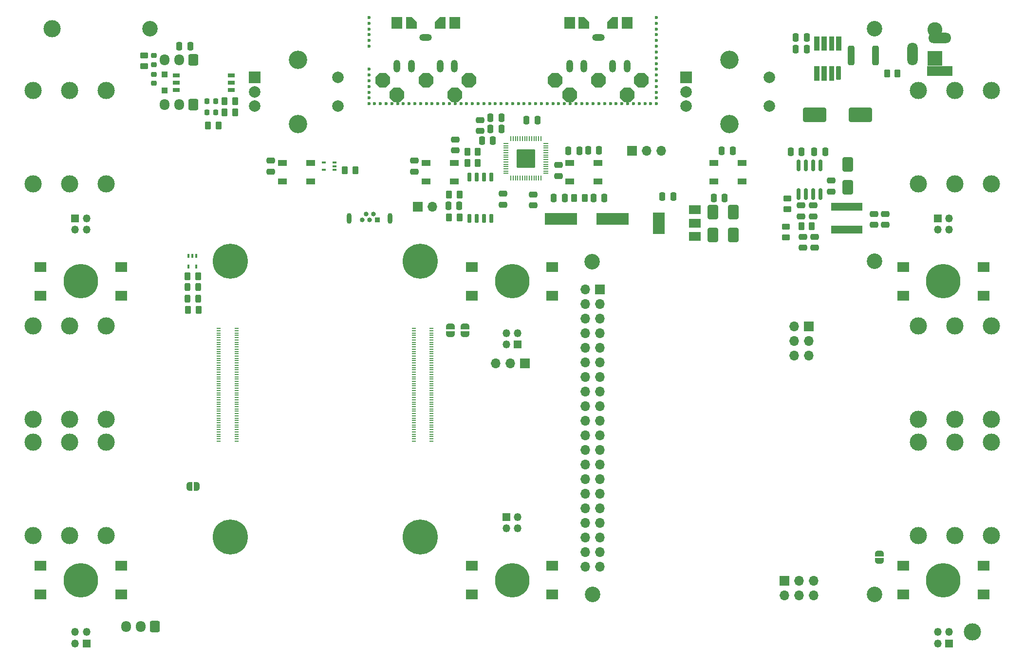
<source format=gbr>
%TF.GenerationSoftware,KiCad,Pcbnew,7.0.8-7.0.8~ubuntu23.04.1*%
%TF.CreationDate,2023-10-20T09:08:36+00:00*%
%TF.ProjectId,pedalboard-hw,70656461-6c62-46f6-9172-642d68772e6b,3.0.1*%
%TF.SameCoordinates,Original*%
%TF.FileFunction,Soldermask,Top*%
%TF.FilePolarity,Negative*%
%FSLAX46Y46*%
G04 Gerber Fmt 4.6, Leading zero omitted, Abs format (unit mm)*
G04 Created by KiCad (PCBNEW 7.0.8-7.0.8~ubuntu23.04.1) date 2023-10-20 09:08:36*
%MOMM*%
%LPD*%
G01*
G04 APERTURE LIST*
G04 Aperture macros list*
%AMRoundRect*
0 Rectangle with rounded corners*
0 $1 Rounding radius*
0 $2 $3 $4 $5 $6 $7 $8 $9 X,Y pos of 4 corners*
0 Add a 4 corners polygon primitive as box body*
4,1,4,$2,$3,$4,$5,$6,$7,$8,$9,$2,$3,0*
0 Add four circle primitives for the rounded corners*
1,1,$1+$1,$2,$3*
1,1,$1+$1,$4,$5*
1,1,$1+$1,$6,$7*
1,1,$1+$1,$8,$9*
0 Add four rect primitives between the rounded corners*
20,1,$1+$1,$2,$3,$4,$5,0*
20,1,$1+$1,$4,$5,$6,$7,0*
20,1,$1+$1,$6,$7,$8,$9,0*
20,1,$1+$1,$8,$9,$2,$3,0*%
%AMFreePoly0*
4,1,19,0.500000,-0.750000,0.000000,-0.750000,0.000000,-0.744911,-0.071157,-0.744911,-0.207708,-0.704816,-0.327430,-0.627875,-0.420627,-0.520320,-0.479746,-0.390866,-0.500000,-0.250000,-0.500000,0.250000,-0.479746,0.390866,-0.420627,0.520320,-0.327430,0.627875,-0.207708,0.704816,-0.071157,0.744911,0.000000,0.744911,0.000000,0.750000,0.500000,0.750000,0.500000,-0.750000,0.500000,-0.750000,
$1*%
%AMFreePoly1*
4,1,19,0.000000,0.744911,0.071157,0.744911,0.207708,0.704816,0.327430,0.627875,0.420627,0.520320,0.479746,0.390866,0.500000,0.250000,0.500000,-0.250000,0.479746,-0.390866,0.420627,-0.520320,0.327430,-0.627875,0.207708,-0.704816,0.071157,-0.744911,0.000000,-0.744911,0.000000,-0.750000,-0.500000,-0.750000,-0.500000,0.750000,0.000000,0.750000,0.000000,0.744911,0.000000,0.744911,
$1*%
%AMFreePoly2*
4,1,17,0.553688,1.285921,1.285921,0.553688,1.300800,0.517767,1.300800,-0.517767,1.285921,-0.553688,0.553688,-1.285921,0.517767,-1.300800,-0.517767,-1.300800,-0.553688,-1.285921,-1.285921,-0.553688,-1.300800,-0.517767,-1.300800,0.517767,-1.285921,0.553688,-0.553688,1.285921,-0.517767,1.300800,0.517767,1.300800,0.553688,1.285921,0.553688,1.285921,$1*%
%AMFreePoly3*
4,1,14,0.935921,1.035921,0.950800,1.000000,0.950800,-0.100000,0.935921,-0.135921,0.035921,-1.035921,0.000000,-1.050800,-0.900000,-1.050800,-0.935921,-1.035921,-0.950800,-1.000000,-0.950800,1.000000,-0.935921,1.035921,-0.900000,1.050800,0.900000,1.050800,0.935921,1.035921,0.935921,1.035921,$1*%
%AMFreePoly4*
4,1,14,0.935921,1.035921,0.950800,1.000000,0.950800,-1.000000,0.935921,-1.035921,0.900000,-1.050800,0.000000,-1.050800,-0.035921,-1.035921,-0.935921,-0.135921,-0.950800,-0.100000,-0.950800,1.000000,-0.935921,1.035921,-0.900000,1.050800,0.900000,1.050800,0.935921,1.035921,0.935921,1.035921,$1*%
G04 Aperture macros list end*
%ADD10C,0.010000*%
%ADD11RoundRect,0.250000X-0.250000X-0.475000X0.250000X-0.475000X0.250000X0.475000X-0.250000X0.475000X0*%
%ADD12C,2.700000*%
%ADD13C,3.000000*%
%ADD14RoundRect,0.250000X-0.262500X-0.450000X0.262500X-0.450000X0.262500X0.450000X-0.262500X0.450000X0*%
%ADD15O,1.200000X2.200000*%
%ADD16O,2.200000X1.200000*%
%ADD17RoundRect,0.250000X0.475000X-0.250000X0.475000X0.250000X-0.475000X0.250000X-0.475000X-0.250000X0*%
%ADD18RoundRect,0.250000X0.262500X0.450000X-0.262500X0.450000X-0.262500X-0.450000X0.262500X-0.450000X0*%
%ADD19RoundRect,0.250000X-0.650000X1.000000X-0.650000X-1.000000X0.650000X-1.000000X0.650000X1.000000X0*%
%ADD20RoundRect,0.150000X-0.150000X0.825000X-0.150000X-0.825000X0.150000X-0.825000X0.150000X0.825000X0*%
%ADD21R,4.400000X1.800000*%
%ADD22O,4.000000X1.800000*%
%ADD23O,1.800000X4.000000*%
%ADD24RoundRect,0.250000X-0.475000X0.250000X-0.475000X-0.250000X0.475000X-0.250000X0.475000X0.250000X0*%
%ADD25R,2.000000X1.500000*%
%ADD26R,2.000000X3.800000*%
%ADD27R,2.600000X2.600000*%
%ADD28C,2.600000*%
%ADD29C,6.000000*%
%ADD30RoundRect,0.250000X0.250000X0.475000X-0.250000X0.475000X-0.250000X-0.475000X0.250000X-0.475000X0*%
%ADD31R,1.350000X1.350000*%
%ADD32O,1.350000X1.350000*%
%ADD33FreePoly0,0.000000*%
%ADD34FreePoly1,0.000000*%
%ADD35R,1.500000X1.000000*%
%ADD36RoundRect,0.250000X0.450000X-0.262500X0.450000X0.262500X-0.450000X0.262500X-0.450000X-0.262500X0*%
%ADD37R,1.700000X1.700000*%
%ADD38O,1.700000X1.700000*%
%ADD39C,0.600000*%
%ADD40R,2.000000X1.800000*%
%ADD41R,0.840000X0.840000*%
%ADD42C,0.840000*%
%ADD43O,0.850000X1.850000*%
%ADD44FreePoly2,180.000000*%
%ADD45FreePoly2,270.000000*%
%ADD46FreePoly3,180.000000*%
%ADD47RoundRect,0.050800X0.900000X1.000000X-0.900000X1.000000X-0.900000X-1.000000X0.900000X-1.000000X0*%
%ADD48FreePoly4,180.000000*%
%ADD49R,2.000000X2.000000*%
%ADD50C,2.000000*%
%ADD51C,3.200000*%
%ADD52R,5.500000X1.430000*%
%ADD53RoundRect,0.250000X-0.450000X0.262500X-0.450000X-0.262500X0.450000X-0.262500X0.450000X0.262500X0*%
%ADD54RoundRect,0.102000X-0.300000X-1.100000X0.300000X-1.100000X0.300000X1.100000X-0.300000X1.100000X0*%
%ADD55FreePoly0,90.000000*%
%ADD56FreePoly1,90.000000*%
%ADD57R,1.300000X0.800000*%
%ADD58RoundRect,0.250000X-1.750000X-1.000000X1.750000X-1.000000X1.750000X1.000000X-1.750000X1.000000X0*%
%ADD59RoundRect,0.050000X0.050000X-0.387500X0.050000X0.387500X-0.050000X0.387500X-0.050000X-0.387500X0*%
%ADD60RoundRect,0.050000X0.387500X-0.050000X0.387500X0.050000X-0.387500X0.050000X-0.387500X-0.050000X0*%
%ADD61RoundRect,0.144000X1.456000X-1.456000X1.456000X1.456000X-1.456000X1.456000X-1.456000X-1.456000X0*%
%ADD62RoundRect,0.243750X0.243750X0.456250X-0.243750X0.456250X-0.243750X-0.456250X0.243750X-0.456250X0*%
%ADD63RoundRect,0.218750X0.256250X-0.218750X0.256250X0.218750X-0.256250X0.218750X-0.256250X-0.218750X0*%
%ADD64RoundRect,0.250000X-0.300000X0.300000X-0.300000X-0.300000X0.300000X-0.300000X0.300000X0.300000X0*%
%ADD65RoundRect,0.250000X0.650000X-1.000000X0.650000X1.000000X-0.650000X1.000000X-0.650000X-1.000000X0*%
%ADD66RoundRect,0.218750X-0.256250X0.218750X-0.256250X-0.218750X0.256250X-0.218750X0.256250X0.218750X0*%
%ADD67RoundRect,0.250000X0.312500X1.450000X-0.312500X1.450000X-0.312500X-1.450000X0.312500X-1.450000X0*%
%ADD68R,5.600000X2.100000*%
%ADD69RoundRect,0.150000X0.150000X-0.650000X0.150000X0.650000X-0.150000X0.650000X-0.150000X-0.650000X0*%
%ADD70C,6.100000*%
%ADD71R,0.700000X0.200000*%
%ADD72RoundRect,0.218750X-0.218750X-0.256250X0.218750X-0.256250X0.218750X0.256250X-0.218750X0.256250X0*%
%ADD73R,0.650000X0.400000*%
%ADD74R,0.400000X0.650000*%
%ADD75RoundRect,0.250000X0.600000X0.725000X-0.600000X0.725000X-0.600000X-0.725000X0.600000X-0.725000X0*%
%ADD76O,1.700000X1.950000*%
G04 APERTURE END LIST*
%TO.C,Q1*%
D10*
X158360000Y-26758370D02*
X157557320Y-26758370D01*
X157557320Y-24360000D01*
X158360000Y-24360000D01*
X158360000Y-26758370D01*
G36*
X158360000Y-26758370D02*
G01*
X157557320Y-26758370D01*
X157557320Y-24360000D01*
X158360000Y-24360000D01*
X158360000Y-26758370D01*
G37*
X158360000Y-31961440D02*
X157559130Y-31961440D01*
X157559130Y-29560000D01*
X158360000Y-29560000D01*
X158360000Y-31961440D01*
G36*
X158360000Y-31961440D02*
G01*
X157559130Y-31961440D01*
X157559130Y-29560000D01*
X158360000Y-29560000D01*
X158360000Y-31961440D01*
G37*
X159610000Y-26757440D02*
X158808080Y-26757440D01*
X158808080Y-24360000D01*
X159610000Y-24360000D01*
X159610000Y-26757440D01*
G36*
X159610000Y-26757440D02*
G01*
X158808080Y-26757440D01*
X158808080Y-24360000D01*
X159610000Y-24360000D01*
X159610000Y-26757440D01*
G37*
X159610000Y-31962790D02*
X158809230Y-31962790D01*
X158809230Y-29560000D01*
X159610000Y-29560000D01*
X159610000Y-31962790D01*
G36*
X159610000Y-31962790D02*
G01*
X158809230Y-31962790D01*
X158809230Y-29560000D01*
X159610000Y-29560000D01*
X159610000Y-31962790D01*
G37*
X160910000Y-26758000D02*
X160110357Y-26758000D01*
X160110357Y-24360000D01*
X160910000Y-24360000D01*
X160910000Y-26758000D01*
G36*
X160910000Y-26758000D02*
G01*
X160110357Y-26758000D01*
X160110357Y-24360000D01*
X160910000Y-24360000D01*
X160910000Y-26758000D01*
G37*
X160910000Y-31967460D02*
X160110490Y-31967460D01*
X160110490Y-29560000D01*
X160910000Y-29560000D01*
X160910000Y-31967460D01*
G36*
X160910000Y-31967460D02*
G01*
X160110490Y-31967460D01*
X160110490Y-29560000D01*
X160910000Y-29560000D01*
X160910000Y-31967460D01*
G37*
X162160000Y-26758280D02*
X161361840Y-26758280D01*
X161361840Y-24360000D01*
X162160000Y-24360000D01*
X162160000Y-26758280D01*
G36*
X162160000Y-26758280D02*
G01*
X161361840Y-26758280D01*
X161361840Y-24360000D01*
X162160000Y-24360000D01*
X162160000Y-26758280D01*
G37*
%TD*%
D11*
%TO.C,C22*%
X141450000Y-44250000D03*
X143350000Y-44250000D03*
%TD*%
%TO.C,C20*%
X114800000Y-44250000D03*
X116700000Y-44250000D03*
%TD*%
D12*
%TO.C,H12*%
X168000000Y-121500000D03*
%TD*%
D13*
%TO.C,FID1*%
X25000000Y-23000000D03*
%TD*%
D14*
%TO.C,R7*%
X97227500Y-44460000D03*
X99052500Y-44460000D03*
%TD*%
D15*
%TO.C,J4*%
X125000000Y-29500000D03*
X122500000Y-29500000D03*
D16*
X120000000Y-24500000D03*
D15*
X115000000Y-29500000D03*
X117500000Y-29500000D03*
%TD*%
D17*
%TO.C,C10*%
X99440000Y-40800000D03*
X99440000Y-38900000D03*
%TD*%
D18*
%TO.C,R12*%
X157112500Y-57400000D03*
X155287500Y-57400000D03*
%TD*%
D19*
%TO.C,D5*%
X139900000Y-54950000D03*
X139900000Y-58950000D03*
%TD*%
D14*
%TO.C,R10*%
X94025000Y-55850000D03*
X95850000Y-55850000D03*
%TD*%
D13*
%TO.C,J9*%
X28050000Y-50000000D03*
X28050000Y-33770000D03*
X21700000Y-50000000D03*
X21700000Y-33770000D03*
X34400000Y-50000000D03*
X34400000Y-33770000D03*
%TD*%
%TO.C,J18*%
X28050000Y-111200000D03*
X28050000Y-94970000D03*
X21700000Y-111200000D03*
X21700000Y-94970000D03*
X34400000Y-111200000D03*
X34400000Y-94970000D03*
%TD*%
D20*
%TO.C,U6*%
X158605000Y-46825000D03*
X157335000Y-46825000D03*
X156065000Y-46825000D03*
X154795000Y-46825000D03*
X154795000Y-51775000D03*
X156065000Y-51775000D03*
X157335000Y-51775000D03*
X158605000Y-51775000D03*
%TD*%
D21*
%TO.C,J6*%
X179400000Y-30400000D03*
D22*
X179400000Y-24600000D03*
D23*
X174600000Y-27400000D03*
%TD*%
D24*
%TO.C,C25*%
X160500000Y-49450000D03*
X160500000Y-51350000D03*
%TD*%
D25*
%TO.C,U5*%
X136800000Y-59150000D03*
X136800000Y-56850000D03*
D26*
X130500000Y-56850000D03*
D25*
X136800000Y-54550000D03*
%TD*%
D27*
%TO.C,J5*%
X178500000Y-28210000D03*
D28*
X178500000Y-23210000D03*
%TD*%
D29*
%TO.C,H9*%
X30000000Y-119000000D03*
%TD*%
D30*
%TO.C,C19*%
X133040000Y-52220000D03*
X131140000Y-52220000D03*
%TD*%
D31*
%TO.C,J8*%
X29000000Y-56000000D03*
D32*
X31000000Y-56000000D03*
X29000000Y-58000000D03*
X31000000Y-58000000D03*
%TD*%
D14*
%TO.C,R9*%
X97227500Y-46360000D03*
X99052500Y-46360000D03*
%TD*%
D30*
%TO.C,C14*%
X95837500Y-53850000D03*
X93937500Y-53850000D03*
%TD*%
D33*
%TO.C,JP3*%
X48900000Y-102650000D03*
D34*
X50200000Y-102650000D03*
%TD*%
D30*
%TO.C,C4*%
X156237500Y-24500000D03*
X154337500Y-24500000D03*
%TD*%
D35*
%TO.C,D4*%
X119950000Y-49600000D03*
X119950000Y-46400000D03*
X115050000Y-46400000D03*
X115050000Y-49600000D03*
%TD*%
D24*
%TO.C,C26*%
X157600000Y-59250000D03*
X157600000Y-61150000D03*
%TD*%
D29*
%TO.C,H6*%
X105000000Y-67000000D03*
%TD*%
D36*
%TO.C,R13*%
X152600000Y-59312500D03*
X152600000Y-57487500D03*
%TD*%
D29*
%TO.C,H5*%
X30000000Y-67000000D03*
%TD*%
D14*
%TO.C,R8*%
X94025000Y-51850000D03*
X95850000Y-51850000D03*
%TD*%
D13*
%TO.C,J17*%
X28050000Y-91000000D03*
X28050000Y-74770000D03*
X21700000Y-91000000D03*
X21700000Y-74770000D03*
X34400000Y-91000000D03*
X34400000Y-74770000D03*
%TD*%
%TO.C,J20*%
X181950000Y-94995000D03*
X181950000Y-111225000D03*
X188300000Y-94995000D03*
X188300000Y-111225000D03*
X175600000Y-94995000D03*
X175600000Y-111225000D03*
%TD*%
D37*
%TO.C,J12*%
X125860000Y-44300000D03*
D38*
X128400000Y-44300000D03*
X130940000Y-44300000D03*
%TD*%
D35*
%TO.C,D7*%
X144950000Y-49600000D03*
X144950000Y-46400000D03*
X140050000Y-46400000D03*
X140050000Y-49600000D03*
%TD*%
D12*
%TO.C,H11*%
X118980000Y-121520000D03*
%TD*%
D11*
%TO.C,C30*%
X153450000Y-44400000D03*
X155350000Y-44400000D03*
%TD*%
D31*
%TO.C,J22*%
X181000000Y-130000000D03*
D32*
X179000000Y-130000000D03*
X181000000Y-128000000D03*
X179000000Y-128000000D03*
%TD*%
D24*
%TO.C,C31*%
X167900000Y-55250000D03*
X167900000Y-57150000D03*
%TD*%
D39*
%TO.C,H2*%
X80100000Y-21075000D03*
X80100000Y-22075000D03*
X80100000Y-23075000D03*
X80100000Y-24075000D03*
X80100000Y-25075000D03*
X80100000Y-26075000D03*
X80100000Y-30075000D03*
X80100000Y-31075000D03*
X80100000Y-32075000D03*
X80100000Y-33075000D03*
X80100000Y-34075000D03*
X80100000Y-35075000D03*
X80100000Y-36075000D03*
X81100000Y-36075000D03*
X82100000Y-36075000D03*
X83100000Y-36075000D03*
X84100000Y-36075000D03*
X85100000Y-36075000D03*
X86100000Y-36075000D03*
X87100000Y-36075000D03*
X88100000Y-36075000D03*
X89100000Y-36075000D03*
X90100000Y-36075000D03*
X91100000Y-36075000D03*
X92100000Y-36075000D03*
X93100000Y-36075000D03*
X94100000Y-36075000D03*
X95100000Y-36075000D03*
X96100000Y-36075000D03*
X97100000Y-36075000D03*
X98100000Y-36075000D03*
X99100000Y-36075000D03*
X100100000Y-36075000D03*
X101100000Y-36075000D03*
X102100000Y-36075000D03*
X103100000Y-36075000D03*
X104100000Y-36075000D03*
X105100000Y-36075000D03*
X106100000Y-36075000D03*
X107100000Y-36075000D03*
X108100000Y-36075000D03*
X109100000Y-36075000D03*
X110100000Y-36075000D03*
X111100000Y-36075000D03*
X112100000Y-36075000D03*
X113100000Y-36075000D03*
X114100000Y-36075000D03*
X115100000Y-36075000D03*
X116100000Y-36075000D03*
X117100000Y-36075000D03*
X118100000Y-36075000D03*
X119100000Y-36075000D03*
X120100000Y-36075000D03*
X121100000Y-36075000D03*
X122100000Y-36075000D03*
X123100000Y-36075000D03*
X124100000Y-36075000D03*
X125100000Y-36075000D03*
X126100000Y-36075000D03*
X127100000Y-36075000D03*
X128100000Y-36075000D03*
X129100000Y-36075000D03*
X130100000Y-21075000D03*
X130100000Y-22075000D03*
X130100000Y-23075000D03*
X130100000Y-24075000D03*
X130100000Y-25075000D03*
X130100000Y-26075000D03*
X130100000Y-27075000D03*
X130100000Y-28075000D03*
X130100000Y-29075000D03*
X130100000Y-30075000D03*
X130100000Y-31075000D03*
X130100000Y-32075000D03*
X130100000Y-33075000D03*
X130100000Y-34075000D03*
X130100000Y-35075000D03*
X130100000Y-36075000D03*
%TD*%
D31*
%TO.C,J21*%
X31000000Y-130000000D03*
D32*
X29000000Y-130000000D03*
X31000000Y-128000000D03*
X29000000Y-128000000D03*
%TD*%
D40*
%TO.C,SW4*%
X98000000Y-64500000D03*
X112000000Y-64500000D03*
X98000000Y-69500000D03*
X112000000Y-69500000D03*
%TD*%
D13*
%TO.C,FID2*%
X185000000Y-128000000D03*
%TD*%
D31*
%TO.C,J14*%
X106000000Y-78000000D03*
D32*
X104000000Y-78000000D03*
X106000000Y-76000000D03*
X104000000Y-76000000D03*
%TD*%
D18*
%TO.C,R6*%
X77737500Y-47650000D03*
X75912500Y-47650000D03*
%TD*%
D41*
%TO.C,J10*%
X81540000Y-56290000D03*
D42*
X80890000Y-55290000D03*
X80240000Y-56290000D03*
X79590000Y-55290000D03*
X78940000Y-56290000D03*
D43*
X83815000Y-56070000D03*
X76665000Y-56070000D03*
%TD*%
D12*
%TO.C,H1*%
X42000000Y-23000000D03*
%TD*%
D13*
%TO.C,J7*%
X181965000Y-33800000D03*
X181965000Y-50030000D03*
X188315000Y-33800000D03*
X188315000Y-50030000D03*
X175615000Y-33800000D03*
X175615000Y-50030000D03*
%TD*%
D30*
%TO.C,C1*%
X49050000Y-26100000D03*
X47150000Y-26100000D03*
%TD*%
D12*
%TO.C,H4*%
X168000000Y-63500000D03*
%TD*%
D44*
%TO.C,J3*%
X112500000Y-32000000D03*
D45*
X120000000Y-32000000D03*
D44*
X127500000Y-32000000D03*
X115000000Y-34500000D03*
X125000000Y-34500000D03*
D46*
X122500000Y-22000000D03*
D47*
X125000000Y-22000000D03*
X115000000Y-22000000D03*
D48*
X117500000Y-22000000D03*
%TD*%
D49*
%TO.C,SW1*%
X60250000Y-31500000D03*
D50*
X60250000Y-36500000D03*
X60250000Y-34000000D03*
D51*
X67750000Y-28400000D03*
X67750000Y-39600000D03*
D50*
X74750000Y-36500000D03*
X74750000Y-31500000D03*
%TD*%
D24*
%TO.C,C5*%
X63050000Y-46000000D03*
X63050000Y-47900000D03*
%TD*%
D30*
%TO.C,C29*%
X159450000Y-44400000D03*
X157550000Y-44400000D03*
%TD*%
D52*
%TO.C,L5*%
X163200000Y-53980000D03*
X163200000Y-58020000D03*
%TD*%
D35*
%TO.C,D3*%
X94950000Y-49600000D03*
X94950000Y-46400000D03*
X90050000Y-46400000D03*
X90050000Y-49600000D03*
%TD*%
D31*
%TO.C,J13*%
X179000000Y-56000000D03*
D32*
X181000000Y-56000000D03*
X179000000Y-58000000D03*
X181000000Y-58000000D03*
%TD*%
D29*
%TO.C,H8*%
X180000000Y-67000000D03*
%TD*%
D17*
%TO.C,C17*%
X95140000Y-44200000D03*
X95140000Y-42300000D03*
%TD*%
D53*
%TO.C,R3*%
X41000000Y-27687500D03*
X41000000Y-29512500D03*
%TD*%
D35*
%TO.C,D2*%
X69950000Y-49600000D03*
X69950000Y-46400000D03*
X65050000Y-46400000D03*
X65050000Y-49600000D03*
%TD*%
D24*
%TO.C,C6*%
X88000000Y-46000000D03*
X88000000Y-47900000D03*
%TD*%
%TO.C,C9*%
X103450000Y-51750000D03*
X103450000Y-53650000D03*
%TD*%
D54*
%TO.C,Q1*%
X161765000Y-30760000D03*
%TD*%
D14*
%TO.C,R11*%
X115787500Y-52500000D03*
X117612500Y-52500000D03*
%TD*%
D37*
%TO.C,J15*%
X107225000Y-81300000D03*
D38*
X104685000Y-81300000D03*
X102145000Y-81300000D03*
%TD*%
D13*
%TO.C,J16*%
X181950000Y-74780000D03*
X181950000Y-91010000D03*
X188300000Y-74780000D03*
X188300000Y-91010000D03*
X175600000Y-74780000D03*
X175600000Y-91010000D03*
%TD*%
D29*
%TO.C,H10*%
X105000000Y-119000000D03*
%TD*%
D55*
%TO.C,JP4*%
X168900000Y-115650000D03*
D56*
X168900000Y-114350000D03*
%TD*%
D40*
%TO.C,SW3*%
X23000000Y-64500000D03*
X37000000Y-64500000D03*
X23000000Y-69500000D03*
X37000000Y-69500000D03*
%TD*%
D30*
%TO.C,C2*%
X156237500Y-26600000D03*
X154337500Y-26600000D03*
%TD*%
D37*
%TO.C,J11*%
X88600000Y-54000000D03*
D38*
X91140000Y-54000000D03*
%TD*%
D57*
%TO.C,U1*%
X46650000Y-31130000D03*
X46650000Y-32400000D03*
X46650000Y-33670000D03*
X56150000Y-33670000D03*
X56150000Y-32400000D03*
X56150000Y-31130000D03*
%TD*%
D18*
%TO.C,R1*%
X56812500Y-35612500D03*
X54987500Y-35612500D03*
%TD*%
D14*
%TO.C,R16*%
X48637500Y-71950000D03*
X50462500Y-71950000D03*
%TD*%
D58*
%TO.C,C3*%
X157567500Y-38000000D03*
X165567500Y-38000000D03*
%TD*%
D55*
%TO.C,JP1*%
X96800000Y-76150000D03*
D56*
X96800000Y-74850000D03*
%TD*%
D55*
%TO.C,JP2*%
X94300000Y-76150000D03*
D56*
X94300000Y-74850000D03*
%TD*%
D59*
%TO.C,U4*%
X104800000Y-49037500D03*
X105200000Y-49037500D03*
X105600000Y-49037500D03*
X106000000Y-49037500D03*
X106400000Y-49037500D03*
X106800000Y-49037500D03*
X107200000Y-49037500D03*
X107600000Y-49037500D03*
X108000000Y-49037500D03*
X108400000Y-49037500D03*
X108800000Y-49037500D03*
X109200000Y-49037500D03*
X109600000Y-49037500D03*
X110000000Y-49037500D03*
D60*
X110837500Y-48200000D03*
X110837500Y-47800000D03*
X110837500Y-47400000D03*
X110837500Y-47000000D03*
X110837500Y-46600000D03*
X110837500Y-46200000D03*
X110837500Y-45800000D03*
X110837500Y-45400000D03*
X110837500Y-45000000D03*
X110837500Y-44600000D03*
X110837500Y-44200000D03*
X110837500Y-43800000D03*
X110837500Y-43400000D03*
X110837500Y-43000000D03*
D59*
X110000000Y-42162500D03*
X109600000Y-42162500D03*
X109200000Y-42162500D03*
X108800000Y-42162500D03*
X108400000Y-42162500D03*
X108000000Y-42162500D03*
X107600000Y-42162500D03*
X107200000Y-42162500D03*
X106800000Y-42162500D03*
X106400000Y-42162500D03*
X106000000Y-42162500D03*
X105600000Y-42162500D03*
X105200000Y-42162500D03*
X104800000Y-42162500D03*
D60*
X103962500Y-43000000D03*
X103962500Y-43400000D03*
X103962500Y-43800000D03*
X103962500Y-44200000D03*
X103962500Y-44600000D03*
X103962500Y-45000000D03*
X103962500Y-45400000D03*
X103962500Y-45800000D03*
X103962500Y-46200000D03*
X103962500Y-46600000D03*
X103962500Y-47000000D03*
X103962500Y-47400000D03*
X103962500Y-47800000D03*
X103962500Y-48200000D03*
D61*
X107400000Y-45600000D03*
%TD*%
D62*
%TO.C,D10*%
X50437500Y-68000000D03*
X48562500Y-68000000D03*
%TD*%
D11*
%TO.C,C28*%
X140050000Y-52450000D03*
X141950000Y-52450000D03*
%TD*%
D31*
%TO.C,J19*%
X104000000Y-108000000D03*
D32*
X106000000Y-108000000D03*
X104000000Y-110000000D03*
X106000000Y-110000000D03*
%TD*%
D19*
%TO.C,D8*%
X143430000Y-54950000D03*
X143430000Y-58950000D03*
%TD*%
D11*
%TO.C,C15*%
X107500000Y-38950000D03*
X109400000Y-38950000D03*
%TD*%
D14*
%TO.C,R2*%
X54987500Y-37550000D03*
X56812500Y-37550000D03*
%TD*%
D63*
%TO.C,L4*%
X42700000Y-29287500D03*
X42700000Y-27712500D03*
%TD*%
D64*
%TO.C,D1*%
X44600000Y-31000000D03*
X44600000Y-33800000D03*
%TD*%
D65*
%TO.C,D6*%
X163400000Y-50600000D03*
X163400000Y-46600000D03*
%TD*%
D11*
%TO.C,C21*%
X118200000Y-44200000D03*
X120100000Y-44200000D03*
%TD*%
D30*
%TO.C,C8*%
X103140000Y-38540000D03*
X101240000Y-38540000D03*
%TD*%
D24*
%TO.C,C27*%
X155600000Y-59250000D03*
X155600000Y-61150000D03*
%TD*%
D14*
%TO.C,R4*%
X170187500Y-30830000D03*
X172012500Y-30830000D03*
%TD*%
D66*
%TO.C,L1*%
X42700000Y-30962500D03*
X42700000Y-32537500D03*
%TD*%
D30*
%TO.C,C7*%
X114150000Y-52500000D03*
X112250000Y-52500000D03*
%TD*%
D67*
%TO.C,F1*%
X168207500Y-27710000D03*
X163932500Y-27710000D03*
%TD*%
D36*
%TO.C,R14*%
X152900000Y-54412500D03*
X152900000Y-52587500D03*
%TD*%
D12*
%TO.C,H7*%
X118900000Y-63565600D03*
%TD*%
D68*
%TO.C,Y1*%
X113500000Y-56100000D03*
X122500000Y-56100000D03*
%TD*%
D40*
%TO.C,SW8*%
X173000000Y-116500000D03*
X187000000Y-116500000D03*
X173000000Y-121500000D03*
X187000000Y-121500000D03*
%TD*%
D69*
%TO.C,U3*%
X97595000Y-56050000D03*
X98865000Y-56050000D03*
X100135000Y-56050000D03*
X101405000Y-56050000D03*
X101405000Y-48850000D03*
X100135000Y-48850000D03*
X98865000Y-48850000D03*
X97595000Y-48850000D03*
%TD*%
D29*
%TO.C,H13*%
X180000000Y-119000000D03*
%TD*%
D70*
%TO.C,CM1*%
X89000000Y-111500000D03*
X89000000Y-63500000D03*
X56000000Y-111500000D03*
X56000000Y-63500000D03*
D71*
X91000000Y-94800000D03*
X87920000Y-94800000D03*
X91000000Y-94400000D03*
X87920000Y-94400000D03*
X91000000Y-94000000D03*
X87920000Y-94000000D03*
X91000000Y-93600000D03*
X87920000Y-93600000D03*
X91000000Y-93200000D03*
X87920000Y-93200000D03*
X91000000Y-92800000D03*
X87920000Y-92800000D03*
X91000000Y-92400000D03*
X87920000Y-92400000D03*
X91000000Y-92000000D03*
X87920000Y-92000000D03*
X91000000Y-91600000D03*
X87920000Y-91600000D03*
X91000000Y-91200000D03*
X87920000Y-91200000D03*
X91000000Y-90800000D03*
X87920000Y-90800000D03*
X91000000Y-90400000D03*
X87920000Y-90400000D03*
X91000000Y-90000000D03*
X87920000Y-90000000D03*
X91000000Y-89600000D03*
X87920000Y-89600000D03*
X91000000Y-89200000D03*
X87920000Y-89200000D03*
X91000000Y-88800000D03*
X87920000Y-88800000D03*
X91000000Y-88400000D03*
X87920000Y-88400000D03*
X91000000Y-88000000D03*
X87920000Y-88000000D03*
X91000000Y-87600000D03*
X87920000Y-87600000D03*
X91000000Y-87200000D03*
X87920000Y-87200000D03*
X91000000Y-86800000D03*
X87920000Y-86800000D03*
X91000000Y-86400000D03*
X87920000Y-86400000D03*
X91000000Y-86000000D03*
X87920000Y-86000000D03*
X91000000Y-85600000D03*
X87920000Y-85600000D03*
X91000000Y-85200000D03*
X87920000Y-85200000D03*
X91000000Y-84800000D03*
X87920000Y-84800000D03*
X91000000Y-84400000D03*
X87920000Y-84400000D03*
X91000000Y-84000000D03*
X87920000Y-84000000D03*
X91000000Y-83600000D03*
X87920000Y-83600000D03*
X91000000Y-83200000D03*
X87920000Y-83200000D03*
X91000000Y-82800000D03*
X87920000Y-82800000D03*
X91000000Y-82400000D03*
X87920000Y-82400000D03*
X91000000Y-82000000D03*
X87920000Y-82000000D03*
X91000000Y-81600000D03*
X87920000Y-81600000D03*
X91000000Y-81200000D03*
X87920000Y-81200000D03*
X91000000Y-80800000D03*
X87920000Y-80800000D03*
X91000000Y-80400000D03*
X87920000Y-80400000D03*
X91000000Y-80000000D03*
X87920000Y-80000000D03*
X91000000Y-79600000D03*
X87920000Y-79600000D03*
X91000000Y-79200000D03*
X87920000Y-79200000D03*
X91000000Y-78800000D03*
X87920000Y-78800000D03*
X91000000Y-78400000D03*
X87920000Y-78400000D03*
X91000000Y-78000000D03*
X87920000Y-78000000D03*
X91000000Y-77600000D03*
X87920000Y-77600000D03*
X91000000Y-77200000D03*
X87920000Y-77200000D03*
X91000000Y-76800000D03*
X87920000Y-76800000D03*
X91000000Y-76400000D03*
X87920000Y-76400000D03*
X91000000Y-76000000D03*
X87920000Y-76000000D03*
X91000000Y-75600000D03*
X87920000Y-75600000D03*
X91000000Y-75200000D03*
X87920000Y-75200000D03*
X57080000Y-94800000D03*
X54000000Y-94800000D03*
X57080000Y-94400000D03*
X54000000Y-94400000D03*
X57080000Y-94000000D03*
X54000000Y-94000000D03*
X57080000Y-93600000D03*
X54000000Y-93600000D03*
X57080000Y-93200000D03*
X54000000Y-93200000D03*
X57080000Y-92800000D03*
X54000000Y-92800000D03*
X57080000Y-92400000D03*
X54000000Y-92400000D03*
X57080000Y-92000000D03*
X54000000Y-92000000D03*
X57080000Y-91600000D03*
X54000000Y-91600000D03*
X57080000Y-91200000D03*
X54000000Y-91200000D03*
X57080000Y-90800000D03*
X54000000Y-90800000D03*
X57080000Y-90400000D03*
X54000000Y-90400000D03*
X57080000Y-90000000D03*
X54000000Y-90000000D03*
X57080000Y-89600000D03*
X54000000Y-89600000D03*
X57080000Y-89200000D03*
X54000000Y-89200000D03*
X57080000Y-88800000D03*
X54000000Y-88800000D03*
X57080000Y-88400000D03*
X54000000Y-88400000D03*
X57080000Y-88000000D03*
X54000000Y-88000000D03*
X57080000Y-87600000D03*
X54000000Y-87600000D03*
X57080000Y-87200000D03*
X54000000Y-87200000D03*
X57080000Y-86800000D03*
X54000000Y-86800000D03*
X57080000Y-86400000D03*
X54000000Y-86400000D03*
X57080000Y-86000000D03*
X54000000Y-86000000D03*
X57080000Y-85600000D03*
X54000000Y-85600000D03*
X57080000Y-85200000D03*
X54000000Y-85200000D03*
X57080000Y-84800000D03*
X54000000Y-84800000D03*
X57080000Y-84400000D03*
X54000000Y-84400000D03*
X57080000Y-84000000D03*
X54000000Y-84000000D03*
X57080000Y-83600000D03*
X54000000Y-83600000D03*
X57080000Y-83200000D03*
X54000000Y-83200000D03*
X57080000Y-82800000D03*
X54000000Y-82800000D03*
X57080000Y-82400000D03*
X54000000Y-82400000D03*
X57080000Y-82000000D03*
X54000000Y-82000000D03*
X57080000Y-81600000D03*
X54000000Y-81600000D03*
X57080000Y-81200000D03*
X54000000Y-81200000D03*
X57080000Y-80800000D03*
X54000000Y-80800000D03*
X57080000Y-80400000D03*
X54000000Y-80400000D03*
X57080000Y-80000000D03*
X54000000Y-80000000D03*
X57080000Y-79600000D03*
X54000000Y-79600000D03*
X57080000Y-79200000D03*
X54000000Y-79200000D03*
X57080000Y-78800000D03*
X54000000Y-78800000D03*
X57080000Y-78400000D03*
X54000000Y-78400000D03*
X57080000Y-78000000D03*
X54000000Y-78000000D03*
X57080000Y-77600000D03*
X54000000Y-77600000D03*
X57080000Y-77200000D03*
X54000000Y-77200000D03*
X57080000Y-76800000D03*
X54000000Y-76800000D03*
X57080000Y-76400000D03*
X54000000Y-76400000D03*
X57080000Y-76000000D03*
X54000000Y-76000000D03*
X57080000Y-75600000D03*
X54000000Y-75600000D03*
X57080000Y-75200000D03*
X54000000Y-75200000D03*
%TD*%
D40*
%TO.C,SW5*%
X173000000Y-64500000D03*
X187000000Y-64500000D03*
X173000000Y-69500000D03*
X187000000Y-69500000D03*
%TD*%
%TO.C,SW6*%
X23000000Y-116500000D03*
X37000000Y-116500000D03*
X23000000Y-121500000D03*
X37000000Y-121500000D03*
%TD*%
D24*
%TO.C,C32*%
X169900000Y-55250000D03*
X169900000Y-57150000D03*
%TD*%
D14*
%TO.C,R15*%
X48587500Y-66100000D03*
X50412500Y-66100000D03*
%TD*%
D24*
%TO.C,C11*%
X113050000Y-46750000D03*
X113050000Y-48650000D03*
%TD*%
D12*
%TO.C,H3*%
X168000000Y-23000000D03*
%TD*%
D62*
%TO.C,D9*%
X50437500Y-70000000D03*
X48562500Y-70000000D03*
%TD*%
D30*
%TO.C,C12*%
X103150000Y-40500000D03*
X101250000Y-40500000D03*
%TD*%
D72*
%TO.C,L3*%
X51912500Y-37550000D03*
X53487500Y-37550000D03*
%TD*%
D18*
%TO.C,R5*%
X53972500Y-39860000D03*
X52147500Y-39860000D03*
%TD*%
D73*
%TO.C,U2*%
X74150000Y-47600000D03*
X74150000Y-46950000D03*
X74150000Y-46300000D03*
X72250000Y-46300000D03*
X72250000Y-47600000D03*
%TD*%
D49*
%TO.C,SW2*%
X135250000Y-31500000D03*
D50*
X135250000Y-36500000D03*
X135250000Y-34000000D03*
D51*
X142750000Y-28400000D03*
X142750000Y-39600000D03*
D50*
X149750000Y-36500000D03*
X149750000Y-31500000D03*
%TD*%
D40*
%TO.C,SW7*%
X98000000Y-116500000D03*
X112000000Y-116500000D03*
X98000000Y-121500000D03*
X112000000Y-121500000D03*
%TD*%
D74*
%TO.C,U7*%
X50050000Y-62550600D03*
X49400000Y-62550600D03*
X48750000Y-62550600D03*
X48750000Y-64450600D03*
X50050000Y-64450600D03*
%TD*%
D24*
%TO.C,C16*%
X108640000Y-51850000D03*
X108640000Y-53750000D03*
%TD*%
D11*
%TO.C,C18*%
X119150000Y-52500000D03*
X121050000Y-52500000D03*
%TD*%
D44*
%TO.C,J1*%
X82500000Y-32000000D03*
D45*
X90000000Y-32000000D03*
D44*
X97500000Y-32000000D03*
X85000000Y-34500000D03*
X95000000Y-34500000D03*
D46*
X92500000Y-22000000D03*
D47*
X95000000Y-22000000D03*
X85000000Y-22000000D03*
D48*
X87500000Y-22000000D03*
%TD*%
D17*
%TO.C,C24*%
X157343750Y-55693750D03*
X157343750Y-53793750D03*
%TD*%
D30*
%TO.C,C13*%
X101680000Y-42530000D03*
X99780000Y-42530000D03*
%TD*%
D72*
%TO.C,L2*%
X51912500Y-35662500D03*
X53487500Y-35662500D03*
%TD*%
D15*
%TO.C,J2*%
X94994500Y-29500000D03*
X92494500Y-29500000D03*
D16*
X89994500Y-24500000D03*
D15*
X84994500Y-29500000D03*
X87494500Y-29500000D03*
%TD*%
D17*
%TO.C,C23*%
X155243750Y-55693750D03*
X155243750Y-53793750D03*
%TD*%
D75*
%TO.C,J23*%
X49600000Y-28475000D03*
D76*
X47100000Y-28475000D03*
X44600000Y-28475000D03*
%TD*%
D75*
%TO.C,J26*%
X42900000Y-127100000D03*
D76*
X40400000Y-127100000D03*
X37900000Y-127100000D03*
%TD*%
D37*
%TO.C,J25*%
X120250000Y-68375600D03*
D38*
X117710000Y-68375600D03*
X120250000Y-70915600D03*
X117710000Y-70915600D03*
X120250000Y-73455600D03*
X117710000Y-73455600D03*
X120250000Y-75995600D03*
X117710000Y-75995600D03*
X120250000Y-78535600D03*
X117710000Y-78535600D03*
X120250000Y-81075600D03*
X117710000Y-81075600D03*
X120250000Y-83615600D03*
X117710000Y-83615600D03*
X120250000Y-86155600D03*
X117710000Y-86155600D03*
X120250000Y-88695600D03*
X117710000Y-88695600D03*
X120250000Y-91235600D03*
X117710000Y-91235600D03*
X120250000Y-93775600D03*
X117710000Y-93775600D03*
X120250000Y-96315600D03*
X117710000Y-96315600D03*
X120250000Y-98855600D03*
X117710000Y-98855600D03*
X120250000Y-101395600D03*
X117710000Y-101395600D03*
X120250000Y-103935600D03*
X117710000Y-103935600D03*
X120250000Y-106475600D03*
X117710000Y-106475600D03*
X120250000Y-109015600D03*
X117710000Y-109015600D03*
X120250000Y-111555600D03*
X117710000Y-111555600D03*
X120250000Y-114095600D03*
X117710000Y-114095600D03*
X120250000Y-116635600D03*
X117710000Y-116635600D03*
D37*
X156555000Y-74845600D03*
D38*
X154015000Y-74845600D03*
X156555000Y-77385600D03*
X154015000Y-77385600D03*
X156555000Y-79925600D03*
X154015000Y-79925600D03*
D37*
X152380000Y-119150600D03*
D38*
X152380000Y-121690600D03*
X154920000Y-119150600D03*
X154920000Y-121690600D03*
X157460000Y-119150600D03*
X157460000Y-121690600D03*
%TD*%
D75*
%TO.C,J24*%
X49600000Y-36225000D03*
D76*
X47100000Y-36225000D03*
X44600000Y-36225000D03*
%TD*%
M02*

</source>
